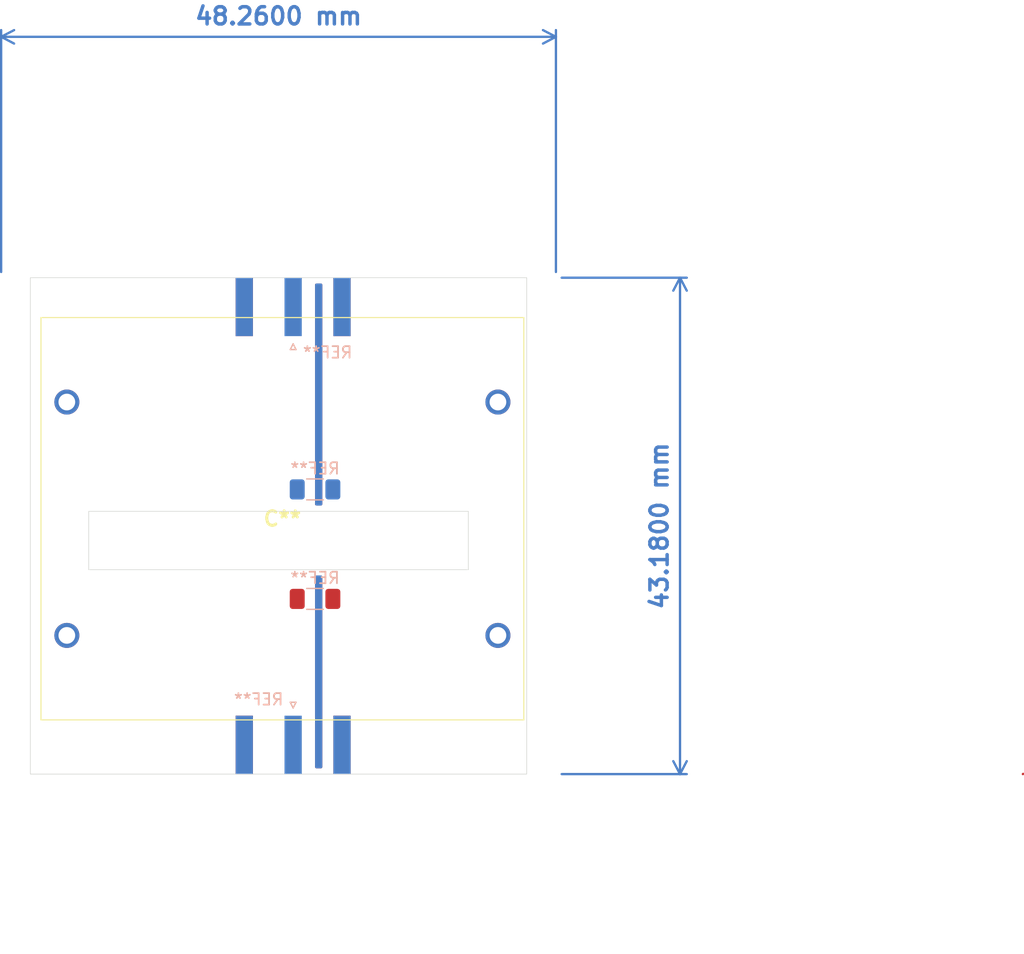
<source format=kicad_pcb>
(kicad_pcb (version 20240108) (generator "pcbnew") (generator_version "8.0")
  (layers (0 "F.Cu" signal) (31 "B.Cu" signal) (34 "B.Paste" user) (35 "F.Paste" user) (36 "B.SilkS" user "B.Silkscreen") (37 "F.SilkS" user "F.Silkscreen") (38 "B.Mask" user) (39 "F.Mask" user) (44 "Edge.Cuts" user))
  (net 0 "")
  (footprint "Library:C4AQIBW5400A3OJ" (layer "F.Cu") (at 71.755 84.455)
    (property "Reference" "C**" (at 18.75 -10.15 0) (layer "F.SilkS") (effects (font (size 1.27 1.27) (thickness 0.254))))
    (property "Value" "C4AQIBW5400A3OJ" (hide yes))
    (fp_line (start -2.25 -27.65) (end 39.75 -27.65) (stroke (width 0.1)) (layer "F.SilkS"))
    (fp_line (start -2.25 7.35) (end -2.25 -27.65) (stroke (width 0.1)) (layer "F.SilkS"))
    (fp_line (start 39.75 -27.65) (end 39.75 7.35) (stroke (width 0.1)) (layer "F.SilkS"))
    (fp_line (start 39.75 7.35) (end -2.25 7.35) (stroke (width 0.1)) (layer "F.SilkS"))
    (pad "1" thru_hole circle (at 0 0) (size 2.175 2.175) (drill 1.45) (layers "*.Cu" "*.Mask"))
    (pad "2" thru_hole circle (at 37.5 0) (size 2.175 2.175) (drill 1.45) (layers "*.Cu" "*.Mask"))
    (pad "3" thru_hole circle (at 37.5 -20.3) (size 2.175 2.175) (drill 1.45) (layers "*.Cu" "*.Mask"))
    (pad "4" thru_hole circle (at 0 -20.3) (size 2.175 2.175) (drill 1.45) (layers "*.Cu" "*.Mask"))
  )
  (footprint "Resistor_SMD:R_1206_3216Metric_Pad1.30x1.75mm_HandSolder" (layer "B.Cu") (at 93.345 81.28 180)
    (property "Reference" "REF**" (at 0 1.82 180) (layer "B.SilkS") (effects (justify mirror)))
    (property "Value" "R_1206_3216Metric_Pad1.30x1.75mm_HandSolder")
    (fp_line (start 0.727064 0.91) (end -0.727064 0.91) (stroke (width 0.12)) (layer "B.SilkS"))
    (fp_line (start 0.727064 -0.91) (end -0.727064 -0.91) (stroke (width 0.12)) (layer "B.SilkS"))
    (pad "1" smd roundrect (at -1.55 0 180) (size 1.3 1.75) (layers "F.Cu" "B.Paste" "B.Mask") (roundrect_rratio 0.192308))
    (pad "2" smd roundrect (at 1.55 0 180) (size 1.3 1.75) (layers "F.Cu" "B.Paste" "B.Mask") (roundrect_rratio 0.192308))
  )
  (footprint "Resistor_SMD:R_1206_3216Metric_Pad1.30x1.75mm_HandSolder" (layer "B.Cu") (at 93.345 71.755 180)
    (property "Reference" "REF**" (at 0 1.82 180) (layer "B.SilkS") (effects (justify mirror)))
    (property "Value" "R_1206_3216Metric_Pad1.30x1.75mm_HandSolder")
    (fp_line (start 0.727064 0.91) (end -0.727064 0.91) (stroke (width 0.12)) (layer "B.SilkS"))
    (fp_line (start 0.727064 -0.91) (end -0.727064 -0.91) (stroke (width 0.12)) (layer "B.SilkS"))
    (pad "1" smd roundrect (at -1.55 0 180) (size 1.3 1.75) (layers "B.Cu" "B.Paste" "B.Mask") (roundrect_rratio 0.192308))
    (pad "2" smd roundrect (at 1.55 0 180) (size 1.3 1.75) (layers "B.Cu" "B.Paste" "B.Mask") (roundrect_rratio 0.192308))
  )
  (footprint "Connector_Coaxial:SMA_Amphenol_132289_EdgeMount" (layer "B.Cu") (at 91.44 55.88 90)
    (property "Reference" "REF**" (at -3.96 3 0) (layer "B.SilkS") (effects (justify mirror)))
    (property "Value" "SMA_Amphenol_132289_EdgeMount")
    (fp_line (start -3.71 -0.25) (end -3.71 0.25) (stroke (width 0.12)) (layer "B.SilkS"))
    (fp_line (start -3.21 0) (end -3.71 -0.25) (stroke (width 0.12)) (layer "B.SilkS"))
    (fp_line (start -3.71 0.25) (end -3.21 0) (stroke (width 0.12)) (layer "B.SilkS"))
    (pad "1" smd rect (at 0 0) (size 1.5 5.08) (layers "B.Cu" "B.Paste" "B.Mask"))
    (pad "2" smd rect (at 0 -4.25) (size 1.5 5.08) (layers "F.Cu" "F.Paste" "F.Mask"))
    (pad "2" smd rect (at 0 -4.25) (size 1.5 5.08) (layers "B.Cu" "B.Paste" "B.Mask"))
    (pad "2" smd rect (at 0 4.25) (size 1.5 5.08) (layers "F.Cu" "F.Paste" "F.Mask"))
    (pad "2" smd rect (at 0 4.25) (size 1.5 5.08) (layers "B.Cu" "B.Paste" "B.Mask"))
  )
  (footprint "Connector_Coaxial:SMA_Amphenol_132289_EdgeMount" (layer "B.Cu") (at 91.44 93.98 -90)
    (property "Reference" "REF**" (at -3.96 3 180) (layer "B.SilkS") (effects (justify mirror)))
    (property "Value" "SMA_Amphenol_132289_EdgeMount")
    (fp_line (start -3.71 0.25) (end -3.21 0) (stroke (width 0.12)) (layer "B.SilkS"))
    (fp_line (start -3.21 0) (end -3.71 -0.25) (stroke (width 0.12)) (layer "B.SilkS"))
    (fp_line (start -3.71 -0.25) (end -3.71 0.25) (stroke (width 0.12)) (layer "B.SilkS"))
    (pad "1" smd rect (at 0 0 180) (size 1.5 5.08) (layers "B.Cu" "B.Paste" "B.Mask"))
    (pad "2" smd rect (at 0 -4.25 180) (size 1.5 5.08) (layers "F.Cu" "F.Paste" "F.Mask"))
    (pad "2" smd rect (at 0 -4.25 180) (size 1.5 5.08) (layers "B.Cu" "B.Paste" "B.Mask"))
    (pad "2" smd rect (at 0 4.25 180) (size 1.5 5.08) (layers "F.Cu" "F.Paste" "F.Mask"))
    (pad "2" smd rect (at 0 4.25 180) (size 1.5 5.08) (layers "B.Cu" "B.Paste" "B.Mask"))
  )
  (gr_line (start 106.68 78.74) (end 73.66 78.74) (stroke (width 0.05)) (layer "Edge.Cuts"))
  (gr_rect (start 68.58 53.34) (end 111.76 96.52) (stroke (width 0.05)) (fill none) (layer "Edge.Cuts"))
  (gr_line (start 73.66 73.66) (end 106.68 73.66) (stroke (width 0.05)) (layer "Edge.Cuts"))
  (gr_line (start 106.68 73.66) (end 106.68 78.74) (stroke (width 0.05)) (layer "Edge.Cuts"))
  (gr_line (start 73.66 78.74) (end 73.66 73.66) (stroke (width 0.05)) (layer "Edge.Cuts"))
  (dimension (type aligned) (layer "B.Cu") (pts (xy 66.04 53.34) (xy 114.3 53.34)) (height -20.955) (gr_text "48.2600 mm" (at 90.17 30.585 0) (layer "B.Cu") (effects (font (size 1.5 1.5) (thickness 0.3)))) (format (prefix "") (suffix "") (units 3) (units_format 1) (precision 4)) (style (thickness 0.2) (arrow_length 1.27) (text_position_mode 0) (extension_height 0.58642) (extension_offset 0.5) keep_text_aligned))
  (dimension (type aligned) (layer "B.Cu") (pts (xy 114.3 53.34) (xy 114.3 96.52)) (height -10.795) (gr_text "43.1800 mm" (at 123.295 74.93 90) (layer "B.Cu") (effects (font (size 1.5 1.5) (thickness 0.3)))) (format (prefix "") (suffix "") (units 3) (units_format 1) (precision 4)) (style (thickness 0.2) (arrow_length 1.27) (text_position_mode 0) (extension_height 0.58642) (extension_offset 0.5) keep_text_aligned))
  (segment (start 154.92 96.52) (end 154.94 96.5) (width 0.2) (layer "F.Cu") (net 0))
  (zone (net 0) (net_name "") (layers "F&B.Cu") (connect_pads (clearance 0)) (min_thickness 0.25) (fill yes (thermal_gap 0.5) (thermal_bridge_width 0.5) (island_removal_mode 1) (island_area_min 10))
    (polygon (pts (xy 93.98 108.585) (xy 93.98 37.465) (xy 93.345 37.465) (xy 93.345 108.585)))
  )
)
</source>
